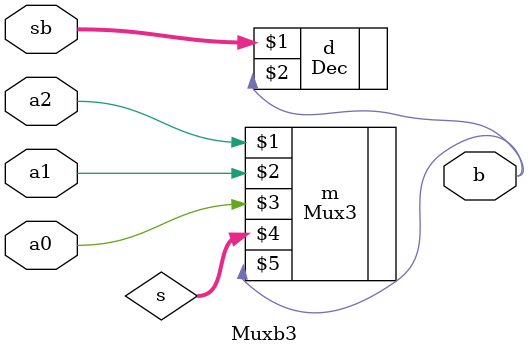
<source format=v>
`timescale 1ns / 1ps

module Muxb3(a2, a1, a0, sb, b) ;
    parameter k = 1 ;
    input[k-1:0] a0, a1, a2 ; // inputs
    input[2:0] sb ; // one hot select
    output[k-1:0] b;
    wire [3:0] s ;
    
    Dec #(2, 3) d(sb, b) ;
    Mux3 #(k) m(a2, a1, a0, s, b) ;
endmodule
</source>
